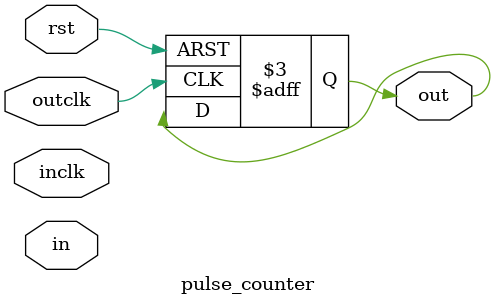
<source format=v>
module pulse_counter(in,out,inclk,outclk,rst);
	parameter size_cin = 2;
	input [size_cin-1:0] in;
	output reg out;
	input inclk,rst,outclk;
	
	reg [size_cin-1:0] num;
	/*reg [size_cin-1:0] num_r;
	always @ (posedge inclk or posedge rst) begin
		if(rst) num <= 0;
		else ;
	end*/
	
	always @ (posedge outclk or posedge rst) begin
		if(rst) begin 
			num <= 0;
			out <= 1'b1;
		end
		else begin
			if(num == in) ;
		end
	end
	
endmodule

</source>
